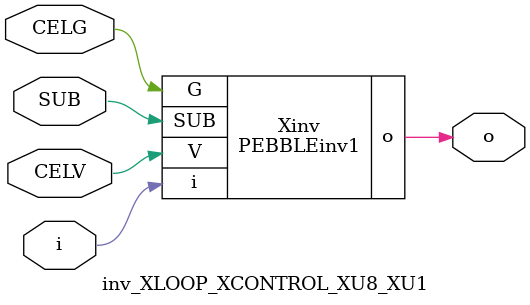
<source format=v>



module PEBBLEinv1 ( o, G, SUB, V, i );

  input V;
  input i;
  input G;
  output o;
  input SUB;
endmodule

//Celera Confidential Do Not Copy inv_XLOOP_XCONTROL_XU8_XU1
//Celera Confidential Symbol Generator
//5V Inverter
module inv_XLOOP_XCONTROL_XU8_XU1 (CELV,CELG,i,o,SUB);
input CELV;
input CELG;
input i;
input SUB;
output o;

//Celera Confidential Do Not Copy inv
PEBBLEinv1 Xinv(
.V (CELV),
.i (i),
.o (o),
.SUB (SUB),
.G (CELG)
);
//,diesize,PEBBLEinv1

//Celera Confidential Do Not Copy Module End
//Celera Schematic Generator
endmodule

</source>
